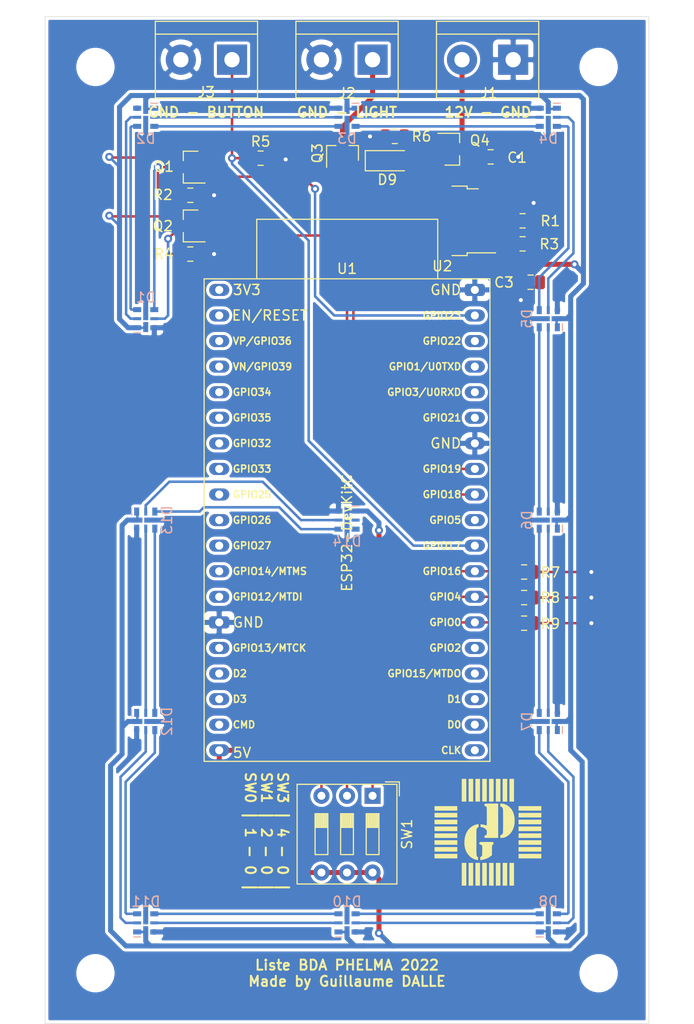
<source format=kicad_pcb>
(kicad_pcb (version 20171130) (host pcbnew "(5.1.4)-1")
  (layers (0 F.Cu signal) (31 B.Cu signal) (34 B.Paste user) (35 F.Paste user) (36 B.SilkS user) (37 F.SilkS user) (38 B.Mask user) (39 F.Mask user) (44 Edge.Cuts user))
  (net 0 "")
  (net 1 GND)
  (net 2 +5V)
  (net 3 "Net-(D1-Pad4)")
  (net 4 "Net-(D1-Pad5)")
  (net 5 "Net-(D1-Pad3)")
  (net 6 "Net-(D1-Pad2)")
  (net 7 "Net-(D2-Pad3)")
  (net 8 "Net-(D2-Pad2)")
  (net 9 "Net-(D3-Pad3)")
  (net 10 "Net-(D3-Pad2)")
  (net 11 "Net-(D4-Pad3)")
  (net 12 "Net-(D4-Pad2)")
  (net 13 "Net-(D5-Pad3)")
  (net 14 "Net-(D5-Pad2)")
  (net 15 "Net-(D6-Pad3)")
  (net 16 "Net-(D6-Pad2)")
  (net 17 "Net-(D7-Pad3)")
  (net 18 "Net-(D7-Pad2)")
  (net 19 "Net-(D10-Pad4)")
  (net 20 "Net-(D10-Pad5)")
  (net 21 "Net-(D10-Pad3)")
  (net 22 "Net-(D10-Pad2)")
  (net 23 "Net-(D11-Pad3)")
  (net 24 "Net-(D11-Pad2)")
  (net 25 "Net-(D12-Pad3)")
  (net 26 "Net-(D12-Pad2)")
  (net 27 "Net-(D13-Pad3)")
  (net 28 "Net-(D13-Pad2)")
  (net 29 SDI)
  (net 30 CKI)
  (net 31 VCC)
  (net 32 "Net-(J2-Pad1)")
  (net 33 LUM)
  (net 34 "Net-(J1-Pad2)")
  (net 35 "Net-(D9-Pad2)")
  (net 36 BOUTON)
  (net 37 "Net-(R1-Pad1)")
  (net 38 SW1)
  (net 39 SW2)
  (net 40 SW3)
  (module Button_Switch_THT:SW_DIP_SPSTx03_Slide_9.78x9.8mm_W7.62mm_P2.54mm (layer F.Cu) (at 202.54 127.38 270)
    (fp_text reference SW1 (at 3.81 -3.42 90) (layer F.SilkS))
    (fp_text value SW_DIP_x03)
    (pad 6 thru_hole oval (at 7.62 0 270) (size 1.6 1.6) (drill 0.8) (layers *.Cu *.Mask) (net 2 +5V))
    (pad 3 thru_hole oval (at 0 5.08 270) (size 1.6 1.6) (drill 0.8) (layers *.Cu *.Mask) (net 38 SW1))
    (pad 5 thru_hole oval (at 7.62 2.54 270) (size 1.6 1.6) (drill 0.8) (layers *.Cu *.Mask) (net 2 +5V))
    (pad 2 thru_hole oval (at 0 2.54 270) (size 1.6 1.6) (drill 0.8) (layers *.Cu *.Mask) (net 39 SW2))
    (pad 4 thru_hole oval (at 7.62 5.08 270) (size 1.6 1.6) (drill 0.8) (layers *.Cu *.Mask) (net 2 +5V))
    (pad 1 thru_hole rect (at 0 0 270) (size 1.6 1.6) (drill 0.8) (layers *.Cu *.Mask) (net 40 SW3))
  )
  (module Resistor_SMD:R_0805_2012Metric (layer F.Cu) (at 217.5995 110.236)
    (fp_text reference R9 (at 2.6005 0.064) (layer F.SilkS))
    (fp_text value R)
    (pad 2 smd roundrect (at 0.9375 0) (size 0.975 1.4) (layers F.Cu F.Paste F.Mask) (net 1 GND))
    (pad 1 smd roundrect (at -0.9375 0) (size 0.975 1.4) (layers F.Cu F.Paste F.Mask) (net 40 SW3))
  )
  (module Resistor_SMD:R_0805_2012Metric (layer F.Cu) (at 217.5995 107.696)
    (fp_text reference R8 (at 2.6005 0.004) (layer F.SilkS))
    (fp_text value R)
    (pad 2 smd roundrect (at 0.9375 0) (size 0.975 1.4) (layers F.Cu F.Paste F.Mask) (net 1 GND))
    (pad 1 smd roundrect (at -0.9375 0) (size 0.975 1.4) (layers F.Cu F.Paste F.Mask) (net 39 SW2))
  )
  (module Resistor_SMD:R_0805_2012Metric (layer F.Cu) (at 217.5995 105.156)
    (fp_text reference R7 (at 2.6005 0.044) (layer F.SilkS))
    (fp_text value R)
    (pad 2 smd roundrect (at 0.9375 0) (size 0.975 1.4) (layers F.Cu F.Paste F.Mask) (net 1 GND))
    (pad 1 smd roundrect (at -0.9375 0) (size 0.975 1.4) (layers F.Cu F.Paste F.Mask) (net 38 SW1))
  )
  (module MountingHole:MountingHole_3.2mm_M3 (layer F.Cu) (at 225 55)
    (fp_text reference REF** hide)
    (fp_text value MountingHole_3.2mm_M3)
    (pad 1 np_thru_hole circle (at 0 0) (size 3.2 3.2) (drill 3.2) (layers *.Cu *.Mask))
  )
  (module MountingHole:MountingHole_3.2mm_M3 (layer F.Cu) (at 225 145)
    (fp_text reference REF** hide)
    (fp_text value MountingHole_3.2mm_M3)
    (pad 1 np_thru_hole circle (at 0 0) (size 3.2 3.2) (drill 3.2) (layers *.Cu *.Mask))
  )
  (module MountingHole:MountingHole_3.2mm_M3 (layer F.Cu) (at 175 145)
    (fp_text reference REF** hide)
    (fp_text value MountingHole_3.2mm_M3)
    (pad 1 np_thru_hole circle (at 0 0) (size 3.2 3.2) (drill 3.2) (layers *.Cu *.Mask))
  )
  (module MountingHole:MountingHole_3.2mm_M3 (layer F.Cu) (at 175 55)
    (fp_text reference REF** hide)
    (fp_text value MountingHole_3.2mm_M3)
    (pad 1 np_thru_hole circle (at 0 0) (size 3.2 3.2) (drill 3.2) (layers *.Cu *.Mask))
  )
  (module modules_DALLE_Guillaume:logopetit (layer F.Cu) (at 214 131)
    (fp_text reference G*** hide)
    (fp_text value LOGO hide)
  )
  (module Package_TO_SOT_SMD:TO-252-2 (layer F.Cu) (at 209.466 70.282 180)
    (fp_text reference U2 (at 0 -4.5) (layer F.SilkS))
    (fp_text value LM317_3PinPackage)
    (pad 2 smd rect (at 2.1 0 180) (size 6.4 5.8) (layers F.Cu F.Mask) (net 2 +5V))
    (pad 3 smd rect (at -4.2 2.28 180) (size 2.2 1.2) (layers F.Cu F.Paste F.Mask) (net 31 VCC))
    (pad 1 smd rect (at -4.2 -2.28 180) (size 2.2 1.2) (layers F.Cu F.Paste F.Mask) (net 37 "Net-(R1-Pad1)"))
  )
  (module Resistor_SMD:R_0805_2012Metric (layer F.Cu) (at 204.7475 61.9 180)
    (fp_text reference R6 (at -2.6525 0) (layer F.SilkS))
    (fp_text value R)
    (pad 2 smd roundrect (at 0.9375 0 180) (size 0.975 1.4) (layers F.Cu F.Paste F.Mask) (net 1 GND))
    (pad 1 smd roundrect (at -0.9375 0 180) (size 0.975 1.4) (layers F.Cu F.Paste F.Mask) (net 35 "Net-(D9-Pad2)"))
  )
  (module Resistor_SMD:R_0805_2012Metric (layer F.Cu) (at 191.4125 64.059)
    (fp_text reference R5 (at 0 -1.65) (layer F.SilkS))
    (fp_text value R)
    (pad 2 smd roundrect (at 0.9375 0) (size 0.975 1.4) (layers F.Cu F.Paste F.Mask) (net 1 GND))
    (pad 1 smd roundrect (at -0.9375 0) (size 0.975 1.4) (layers F.Cu F.Paste F.Mask) (net 36 BOUTON))
  )
  (module Resistor_SMD:R_0805_2012Metric (layer F.Cu) (at 184.4275 73.584)
    (fp_text reference R4 (at -2.6275 0.016) (layer F.SilkS))
    (fp_text value R)
    (pad 2 smd roundrect (at 0.9375 0) (size 0.975 1.4) (layers F.Cu F.Paste F.Mask) (net 1 GND))
    (pad 1 smd roundrect (at -0.9375 0) (size 0.975 1.4) (layers F.Cu F.Paste F.Mask) (net 4 "Net-(D1-Pad5)"))
  )
  (module Resistor_SMD:R_0805_2012Metric (layer F.Cu) (at 217.4475 72.568 180)
    (fp_text reference R3 (at -2.6525 -0.032) (layer F.SilkS))
    (fp_text value 18k)
    (pad 2 smd roundrect (at 0.9375 0 180) (size 0.975 1.4) (layers F.Cu F.Paste F.Mask) (net 37 "Net-(R1-Pad1)"))
    (pad 1 smd roundrect (at -0.9375 0 180) (size 0.975 1.4) (layers F.Cu F.Paste F.Mask) (net 2 +5V))
  )
  (module Resistor_SMD:R_0805_2012Metric (layer F.Cu) (at 184.4275 67.742)
    (fp_text reference R2 (at -2.7275 -0.042) (layer F.SilkS))
    (fp_text value R)
    (pad 2 smd roundrect (at 0.9375 0) (size 0.975 1.4) (layers F.Cu F.Paste F.Mask) (net 1 GND))
    (pad 1 smd roundrect (at -0.9375 0) (size 0.975 1.4) (layers F.Cu F.Paste F.Mask) (net 3 "Net-(D1-Pad4)"))
  )
  (module Resistor_SMD:R_0805_2012Metric (layer F.Cu) (at 217.4475 70.282)
    (fp_text reference R1 (at 2.7525 0.018) (layer F.SilkS))
    (fp_text value 56k)
    (pad 2 smd roundrect (at 0.9375 0) (size 0.975 1.4) (layers F.Cu F.Paste F.Mask) (net 1 GND))
    (pad 1 smd roundrect (at -0.9375 0) (size 0.975 1.4) (layers F.Cu F.Paste F.Mask) (net 37 "Net-(R1-Pad1)"))
  )
  (module Package_TO_SOT_SMD:SOT-23 (layer F.Cu) (at 210.43 63.17)
    (fp_text reference Q4 (at 2.77 -0.87) (layer F.SilkS))
    (fp_text value LPSA3481)
    (pad 3 smd rect (at 1 0) (size 0.9 0.8) (layers F.Cu F.Paste F.Mask) (net 34 "Net-(J1-Pad2)"))
    (pad 2 smd rect (at -1 0.95) (size 0.9 0.8) (layers F.Cu F.Paste F.Mask) (net 31 VCC))
    (pad 1 smd rect (at -1 -0.95) (size 0.9 0.8) (layers F.Cu F.Paste F.Mask) (net 35 "Net-(D9-Pad2)"))
  )
  (module Package_TO_SOT_SMD:SOT-23 (layer F.Cu) (at 199.553 63.567 90)
    (fp_text reference Q3 (at 0 -2.5 90) (layer F.SilkS))
    (fp_text value BRCS2302AMA)
    (pad 3 smd rect (at 1 0 90) (size 0.9 0.8) (layers F.Cu F.Paste F.Mask) (net 32 "Net-(J2-Pad1)"))
    (pad 2 smd rect (at -1 0.95 90) (size 0.9 0.8) (layers F.Cu F.Paste F.Mask) (net 31 VCC))
    (pad 1 smd rect (at -1 -0.95 90) (size 0.9 0.8) (layers F.Cu F.Paste F.Mask) (net 33 LUM))
  )
  (module Package_TO_SOT_SMD:SOT-23 (layer F.Cu) (at 184.49 70.79 180)
    (fp_text reference Q2 (at 2.79 -0.01) (layer F.SilkS))
    (fp_text value BRCS2302AMA)
    (pad 3 smd rect (at 1 0 180) (size 0.9 0.8) (layers F.Cu F.Paste F.Mask) (net 4 "Net-(D1-Pad5)"))
    (pad 2 smd rect (at -1 0.95 180) (size 0.9 0.8) (layers F.Cu F.Paste F.Mask) (net 2 +5V))
    (pad 1 smd rect (at -1 -0.95 180) (size 0.9 0.8) (layers F.Cu F.Paste F.Mask) (net 30 CKI))
  )
  (module Package_TO_SOT_SMD:SOT-23 (layer F.Cu) (at 184.49 64.948 180)
    (fp_text reference Q1 (at 2.69 0.048) (layer F.SilkS))
    (fp_text value BRCS2302AMA)
    (pad 3 smd rect (at 1 0 180) (size 0.9 0.8) (layers F.Cu F.Paste F.Mask) (net 3 "Net-(D1-Pad4)"))
    (pad 2 smd rect (at -1 0.95 180) (size 0.9 0.8) (layers F.Cu F.Paste F.Mask) (net 2 +5V))
    (pad 1 smd rect (at -1 -0.95 180) (size 0.9 0.8) (layers F.Cu F.Paste F.Mask) (net 29 SDI))
  )
  (module TerminalBlock:TerminalBlock_bornier-2_P5.08mm (layer F.Cu) (at 188.57 54.28 180)
    (fp_text reference J3 (at 2.54 -3.22) (layer F.SilkS))
    (fp_text value Screw_Terminal_01x02)
    (pad 2 thru_hole circle (at 5.08 0 180) (size 3 3) (drill 1.52) (layers *.Cu *.Mask) (net 1 GND))
    (pad 1 thru_hole rect (at 0 0 180) (size 3 3) (drill 1.52) (layers *.Cu *.Mask) (net 36 BOUTON))
  )
  (module TerminalBlock:TerminalBlock_bornier-2_P5.08mm (layer F.Cu) (at 202.54 54.28 180)
    (fp_text reference J2 (at 2.54 -3.32) (layer F.SilkS))
    (fp_text value Screw_Terminal_01x02)
    (pad 2 thru_hole circle (at 5.08 0 180) (size 3 3) (drill 1.52) (layers *.Cu *.Mask) (net 1 GND))
    (pad 1 thru_hole rect (at 0 0 180) (size 3 3) (drill 1.52) (layers *.Cu *.Mask) (net 32 "Net-(J2-Pad1)"))
  )
  (module TerminalBlock:TerminalBlock_bornier-2_P5.08mm (layer F.Cu) (at 216.51 54.28 180)
    (fp_text reference J1 (at 2.41 -3.32) (layer F.SilkS))
    (fp_text value Screw_Terminal_01x02)
    (pad 2 thru_hole circle (at 5.08 0 180) (size 3 3) (drill 1.52) (layers *.Cu *.Mask) (net 34 "Net-(J1-Pad2)"))
    (pad 1 thru_hole rect (at 0 0 180) (size 3 3) (drill 1.52) (layers *.Cu *.Mask) (net 1 GND))
  )
  (module Diode_SMD:D_SOD-123 (layer F.Cu) (at 204.064 64.313)
    (fp_text reference D9 (at -0.064 1.887) (layer F.SilkS))
    (fp_text value D_Zener)
    (pad 2 smd rect (at 1.65 0) (size 0.9 1.2) (layers F.Cu F.Paste F.Mask) (net 35 "Net-(D9-Pad2)"))
    (pad 1 smd rect (at -1.65 0) (size 0.9 1.2) (layers F.Cu F.Paste F.Mask) (net 31 VCC))
  )
  (module Capacitor_SMD:C_0805_2012Metric (layer F.Cu) (at 218.2395 76.378)
    (fp_text reference C3 (at -2.6395 0.022) (layer F.SilkS))
    (fp_text value 1u)
    (pad 2 smd roundrect (at 0.9375 0) (size 0.975 1.4) (layers F.Cu F.Paste F.Mask) (net 1 GND))
    (pad 1 smd roundrect (at -0.9375 0) (size 0.975 1.4) (layers F.Cu F.Paste F.Mask) (net 2 +5V))
  )
  (module Capacitor_SMD:C_0805_2012Metric (layer F.Cu) (at 214.2725 63.932)
    (fp_text reference C1 (at 2.6275 0.068) (layer F.SilkS))
    (fp_text value 100n)
    (pad 2 smd roundrect (at 0.9375 0) (size 0.975 1.4) (layers F.Cu F.Paste F.Mask) (net 1 GND))
    (pad 1 smd roundrect (at -0.9375 0) (size 0.975 1.4) (layers F.Cu F.Paste F.Mask) (net 31 VCC))
  )
  (module LED_SMD:LED-APA102-2020 (layer B.Cu) (at 200 100 180)
    (fp_text reference D14 (at 0 -2.11) (layer B.SilkS) (effects (justify mirror)))
    (fp_text value APA102-2020)
    (pad 1 smd rect (at -0.85 0.9 180) (size 0.8 0.5) (layers B.Cu B.Paste B.Mask) (net 2 +5V))
    (pad 2 smd rect (at -0.85 0 180) (size 0.8 0.3) (layers B.Cu B.Paste B.Mask))
    (pad 3 smd rect (at -0.85 -0.9 180) (size 0.8 0.5) (layers B.Cu B.Paste B.Mask))
    (pad 5 smd rect (at 0.85 0 180) (size 0.8 0.3) (layers B.Cu B.Paste B.Mask) (net 28 "Net-(D13-Pad2)"))
    (pad 4 smd rect (at 0.85 -0.9 180) (size 0.8 0.5) (layers B.Cu B.Paste B.Mask) (net 27 "Net-(D13-Pad3)"))
    (pad 6 smd rect (at 0.85 0.9 180) (size 0.8 0.5) (layers B.Cu B.Paste B.Mask) (net 1 GND))
    (pad 1 smd rect (at 0 0.83 90) (size 1 0.5) (layers B.Cu B.Paste B.Mask) (net 2 +5V))
    (pad 6 smd rect (at 0 -0.59 90) (size 1.48 0.5) (layers B.Cu B.Paste B.Mask) (net 1 GND))
  )
  (module LED_SMD:LED-APA102-2020 (layer B.Cu) (at 180 100 270)
    (fp_text reference D13 (at 0 -2.11 90) (layer B.SilkS) (effects (justify mirror)))
    (fp_text value APA102-2020)
    (pad 6 smd rect (at 0 -0.59 180) (size 1.48 0.5) (layers B.Cu B.Paste B.Mask) (net 1 GND))
    (pad 1 smd rect (at 0 0.83 180) (size 1 0.5) (layers B.Cu B.Paste B.Mask) (net 2 +5V))
    (pad 6 smd rect (at 0.85 0.9 270) (size 0.8 0.5) (layers B.Cu B.Paste B.Mask) (net 1 GND))
    (pad 4 smd rect (at 0.85 -0.9 270) (size 0.8 0.5) (layers B.Cu B.Paste B.Mask) (net 25 "Net-(D12-Pad3)"))
    (pad 5 smd rect (at 0.85 0 270) (size 0.8 0.3) (layers B.Cu B.Paste B.Mask) (net 26 "Net-(D12-Pad2)"))
    (pad 3 smd rect (at -0.85 -0.9 270) (size 0.8 0.5) (layers B.Cu B.Paste B.Mask) (net 27 "Net-(D13-Pad3)"))
    (pad 2 smd rect (at -0.85 0 270) (size 0.8 0.3) (layers B.Cu B.Paste B.Mask) (net 28 "Net-(D13-Pad2)"))
    (pad 1 smd rect (at -0.85 0.9 270) (size 0.8 0.5) (layers B.Cu B.Paste B.Mask) (net 2 +5V))
  )
  (module LED_SMD:LED-APA102-2020 (layer B.Cu) (at 180 120 270)
    (fp_text reference D12 (at 0 -2.11 90) (layer B.SilkS) (effects (justify mirror)))
    (fp_text value APA102-2020)
    (pad 6 smd rect (at 0 -0.59 180) (size 1.48 0.5) (layers B.Cu B.Paste B.Mask) (net 1 GND))
    (pad 1 smd rect (at 0 0.83 180) (size 1 0.5) (layers B.Cu B.Paste B.Mask) (net 2 +5V))
    (pad 6 smd rect (at 0.85 0.9 270) (size 0.8 0.5) (layers B.Cu B.Paste B.Mask) (net 1 GND))
    (pad 4 smd rect (at 0.85 -0.9 270) (size 0.8 0.5) (layers B.Cu B.Paste B.Mask) (net 23 "Net-(D11-Pad3)"))
    (pad 5 smd rect (at 0.85 0 270) (size 0.8 0.3) (layers B.Cu B.Paste B.Mask) (net 24 "Net-(D11-Pad2)"))
    (pad 3 smd rect (at -0.85 -0.9 270) (size 0.8 0.5) (layers B.Cu B.Paste B.Mask) (net 25 "Net-(D12-Pad3)"))
    (pad 2 smd rect (at -0.85 0 270) (size 0.8 0.3) (layers B.Cu B.Paste B.Mask) (net 26 "Net-(D12-Pad2)"))
    (pad 1 smd rect (at -0.85 0.9 270) (size 0.8 0.5) (layers B.Cu B.Paste B.Mask) (net 2 +5V))
  )
  (module LED_SMD:LED-APA102-2020 (layer B.Cu) (at 180 140)
    (fp_text reference D11 (at 0 -2.11) (layer B.SilkS) (effects (justify mirror)))
    (fp_text value APA102-2020)
    (pad 6 smd rect (at 0 -0.59 270) (size 1.48 0.5) (layers B.Cu B.Paste B.Mask) (net 1 GND))
    (pad 1 smd rect (at 0 0.83 270) (size 1 0.5) (layers B.Cu B.Paste B.Mask) (net 2 +5V))
    (pad 6 smd rect (at 0.85 0.9) (size 0.8 0.5) (layers B.Cu B.Paste B.Mask) (net 1 GND))
    (pad 4 smd rect (at 0.85 -0.9) (size 0.8 0.5) (layers B.Cu B.Paste B.Mask) (net 21 "Net-(D10-Pad3)"))
    (pad 5 smd rect (at 0.85 0) (size 0.8 0.3) (layers B.Cu B.Paste B.Mask) (net 22 "Net-(D10-Pad2)"))
    (pad 3 smd rect (at -0.85 -0.9) (size 0.8 0.5) (layers B.Cu B.Paste B.Mask) (net 23 "Net-(D11-Pad3)"))
    (pad 2 smd rect (at -0.85 0) (size 0.8 0.3) (layers B.Cu B.Paste B.Mask) (net 24 "Net-(D11-Pad2)"))
    (pad 1 smd rect (at -0.85 0.9) (size 0.8 0.5) (layers B.Cu B.Paste B.Mask) (net 2 +5V))
  )
  (module LED_SMD:LED-APA102-2020 (layer B.Cu) (at 200 140)
    (fp_text reference D10 (at 0 -2.11) (layer B.SilkS) (effects (justify mirror)))
    (fp_text value APA102-2020)
    (pad 6 smd rect (at 0 -0.59 270) (size 1.48 0.5) (layers B.Cu B.Paste B.Mask) (net 1 GND))
    (pad 1 smd rect (at 0 0.83 270) (size 1 0.5) (layers B.Cu B.Paste B.Mask) (net 2 +5V))
    (pad 6 smd rect (at 0.85 0.9) (size 0.8 0.5) (layers B.Cu B.Paste B.Mask) (net 1 GND))
    (pad 4 smd rect (at 0.85 -0.9) (size 0.8 0.5) (layers B.Cu B.Paste B.Mask) (net 19 "Net-(D10-Pad4)"))
    (pad 5 smd rect (at 0.85 0) (size 0.8 0.3) (layers B.Cu B.Paste B.Mask) (net 20 "Net-(D10-Pad5)"))
    (pad 3 smd rect (at -0.85 -0.9) (size 0.8 0.5) (layers B.Cu B.Paste B.Mask) (net 21 "Net-(D10-Pad3)"))
    (pad 2 smd rect (at -0.85 0) (size 0.8 0.3) (layers B.Cu B.Paste B.Mask) (net 22 "Net-(D10-Pad2)"))
    (pad 1 smd rect (at -0.85 0.9) (size 0.8 0.5) (layers B.Cu B.Paste B.Mask) (net 2 +5V))
  )
  (module LED_SMD:LED-APA102-2020 (layer B.Cu) (at 220 140)
    (fp_text reference D8 (at 0 -2.11) (layer B.SilkS) (effects (justify mirror)))
    (fp_text value APA102-2020)
    (pad 6 smd rect (at 0 -0.59 270) (size 1.48 0.5) (layers B.Cu B.Paste B.Mask) (net 1 GND))
    (pad 1 smd rect (at 0 0.83 270) (size 1 0.5) (layers B.Cu B.Paste B.Mask) (net 2 +5V))
    (pad 6 smd rect (at 0.85 0.9) (size 0.8 0.5) (layers B.Cu B.Paste B.Mask) (net 1 GND))
    (pad 4 smd rect (at 0.85 -0.9) (size 0.8 0.5) (layers B.Cu B.Paste B.Mask) (net 17 "Net-(D7-Pad3)"))
    (pad 5 smd rect (at 0.85 0) (size 0.8 0.3) (layers B.Cu B.Paste B.Mask) (net 18 "Net-(D7-Pad2)"))
    (pad 3 smd rect (at -0.85 -0.9) (size 0.8 0.5) (layers B.Cu B.Paste B.Mask) (net 19 "Net-(D10-Pad4)"))
    (pad 2 smd rect (at -0.85 0) (size 0.8 0.3) (layers B.Cu B.Paste B.Mask) (net 20 "Net-(D10-Pad5)"))
    (pad 1 smd rect (at -0.85 0.9) (size 0.8 0.5) (layers B.Cu B.Paste B.Mask) (net 2 +5V))
  )
  (module LED_SMD:LED-APA102-2020 (layer B.Cu) (at 220 120 90)
    (fp_text reference D7 (at 0 -2.11 90) (layer B.SilkS) (effects (justify mirror)))
    (fp_text value APA102-2020)
    (pad 6 smd rect (at 0 -0.59) (size 1.48 0.5) (layers B.Cu B.Paste B.Mask) (net 1 GND))
    (pad 1 smd rect (at 0 0.83) (size 1 0.5) (layers B.Cu B.Paste B.Mask) (net 2 +5V))
    (pad 6 smd rect (at 0.85 0.9 90) (size 0.8 0.5) (layers B.Cu B.Paste B.Mask) (net 1 GND))
    (pad 4 smd rect (at 0.85 -0.9 90) (size 0.8 0.5) (layers B.Cu B.Paste B.Mask) (net 15 "Net-(D6-Pad3)"))
    (pad 5 smd rect (at 0.85 0 90) (size 0.8 0.3) (layers B.Cu B.Paste B.Mask) (net 16 "Net-(D6-Pad2)"))
    (pad 3 smd rect (at -0.85 -0.9 90) (size 0.8 0.5) (layers B.Cu B.Paste B.Mask) (net 17 "Net-(D7-Pad3)"))
    (pad 2 smd rect (at -0.85 0 90) (size 0.8 0.3) (layers B.Cu B.Paste B.Mask) (net 18 "Net-(D7-Pad2)"))
    (pad 1 smd rect (at -0.85 0.9 90) (size 0.8 0.5) (layers B.Cu B.Paste B.Mask) (net 2 +5V))
  )
  (module LED_SMD:LED-APA102-2020 (layer B.Cu) (at 220 100 90)
    (fp_text reference D6 (at 0 -2.11 90) (layer B.SilkS) (effects (justify mirror)))
    (fp_text value APA102-2020)
    (pad 6 smd rect (at 0 -0.59) (size 1.48 0.5) (layers B.Cu B.Paste B.Mask) (net 1 GND))
    (pad 1 smd rect (at 0 0.83) (size 1 0.5) (layers B.Cu B.Paste B.Mask) (net 2 +5V))
    (pad 6 smd rect (at 0.85 0.9 90) (size 0.8 0.5) (layers B.Cu B.Paste B.Mask) (net 1 GND))
    (pad 4 smd rect (at 0.85 -0.9 90) (size 0.8 0.5) (layers B.Cu B.Paste B.Mask) (net 13 "Net-(D5-Pad3)"))
    (pad 5 smd rect (at 0.85 0 90) (size 0.8 0.3) (layers B.Cu B.Paste B.Mask) (net 14 "Net-(D5-Pad2)"))
    (pad 3 smd rect (at -0.85 -0.9 90) (size 0.8 0.5) (layers B.Cu B.Paste B.Mask) (net 15 "Net-(D6-Pad3)"))
    (pad 2 smd rect (at -0.85 0 90) (size 0.8 0.3) (layers B.Cu B.Paste B.Mask) (net 16 "Net-(D6-Pad2)"))
    (pad 1 smd rect (at -0.85 0.9 90) (size 0.8 0.5) (layers B.Cu B.Paste B.Mask) (net 2 +5V))
  )
  (module LED_SMD:LED-APA102-2020 (layer B.Cu) (at 220 80 90)
    (fp_text reference D5 (at 0 -2.11 90) (layer B.SilkS) (effects (justify mirror)))
    (fp_text value APA102-2020)
    (pad 6 smd rect (at 0 -0.59) (size 1.48 0.5) (layers B.Cu B.Paste B.Mask) (net 1 GND))
    (pad 1 smd rect (at 0 0.83) (size 1 0.5) (layers B.Cu B.Paste B.Mask) (net 2 +5V))
    (pad 6 smd rect (at 0.85 0.9 90) (size 0.8 0.5) (layers B.Cu B.Paste B.Mask) (net 1 GND))
    (pad 4 smd rect (at 0.85 -0.9 90) (size 0.8 0.5) (layers B.Cu B.Paste B.Mask) (net 11 "Net-(D4-Pad3)"))
    (pad 5 smd rect (at 0.85 0 90) (size 0.8 0.3) (layers B.Cu B.Paste B.Mask) (net 12 "Net-(D4-Pad2)"))
    (pad 3 smd rect (at -0.85 -0.9 90) (size 0.8 0.5) (layers B.Cu B.Paste B.Mask) (net 13 "Net-(D5-Pad3)"))
    (pad 2 smd rect (at -0.85 0 90) (size 0.8 0.3) (layers B.Cu B.Paste B.Mask) (net 14 "Net-(D5-Pad2)"))
    (pad 1 smd rect (at -0.85 0.9 90) (size 0.8 0.5) (layers B.Cu B.Paste B.Mask) (net 2 +5V))
  )
  (module LED_SMD:LED-APA102-2020 (layer B.Cu) (at 220 60 180)
    (fp_text reference D4 (at 0 -2.11) (layer B.SilkS) (effects (justify mirror)))
    (fp_text value APA102-2020)
    (pad 6 smd rect (at 0 -0.59 90) (size 1.48 0.5) (layers B.Cu B.Paste B.Mask) (net 1 GND))
    (pad 1 smd rect (at 0 0.83 90) (size 1 0.5) (layers B.Cu B.Paste B.Mask) (net 2 +5V))
    (pad 6 smd rect (at 0.85 0.9 180) (size 0.8 0.5) (layers B.Cu B.Paste B.Mask) (net 1 GND))
    (pad 4 smd rect (at 0.85 -0.9 180) (size 0.8 0.5) (layers B.Cu B.Paste B.Mask) (net 9 "Net-(D3-Pad3)"))
    (pad 5 smd rect (at 0.85 0 180) (size 0.8 0.3) (layers B.Cu B.Paste B.Mask) (net 10 "Net-(D3-Pad2)"))
    (pad 3 smd rect (at -0.85 -0.9 180) (size 0.8 0.5) (layers B.Cu B.Paste B.Mask) (net 11 "Net-(D4-Pad3)"))
    (pad 2 smd rect (at -0.85 0 180) (size 0.8 0.3) (layers B.Cu B.Paste B.Mask) (net 12 "Net-(D4-Pad2)"))
    (pad 1 smd rect (at -0.85 0.9 180) (size 0.8 0.5) (layers B.Cu B.Paste B.Mask) (net 2 +5V))
  )
  (module LED_SMD:LED-APA102-2020 (layer B.Cu) (at 200 60 180)
    (fp_text reference D3 (at 0 -2.11) (layer B.SilkS) (effects (justify mirror)))
    (fp_text value APA102-2020)
    (pad 6 smd rect (at 0 -0.59 90) (size 1.48 0.5) (layers B.Cu B.Paste B.Mask) (net 1 GND))
    (pad 1 smd rect (at 0 0.83 90) (size 1 0.5) (layers B.Cu B.Paste B.Mask) (net 2 +5V))
    (pad 6 smd rect (at 0.85 0.9 180) (size 0.8 0.5) (layers B.Cu B.Paste B.Mask) (net 1 GND))
    (pad 4 smd rect (at 0.85 -0.9 180) (size 0.8 0.5) (layers B.Cu B.Paste B.Mask) (net 7 "Net-(D2-Pad3)"))
    (pad 5 smd rect (at 0.85 0 180) (size 0.8 0.3) (layers B.Cu B.Paste B.Mask) (net 8 "Net-(D2-Pad2)"))
    (pad 3 smd rect (at -0.85 -0.9 180) (size 0.8 0.5) (layers B.Cu B.Paste B.Mask) (net 9 "Net-(D3-Pad3)"))
    (pad 2 smd rect (at -0.85 0 180) (size 0.8 0.3) (layers B.Cu B.Paste B.Mask) (net 10 "Net-(D3-Pad2)"))
    (pad 1 smd rect (at -0.85 0.9 180) (size 0.8 0.5) (layers B.Cu B.Paste B.Mask) (net 2 +5V))
  )
  (module LED_SMD:LED-APA102-2020 (layer B.Cu) (at 180 60 180)
    (fp_text reference D2 (at 0 -2.11) (layer B.SilkS) (effects (justify mirror)))
    (fp_text value APA102-2020)
    (pad 6 smd rect (at 0 -0.59 90) (size 1.48 0.5) (layers B.Cu B.Paste B.Mask) (net 1 GND))
    (pad 1 smd rect (at 0 0.83 90) (size 1 0.5) (layers B.Cu B.Paste B.Mask) (net 2 +5V))
    (pad 6 smd rect (at 0.85 0.9 180) (size 0.8 0.5) (layers B.Cu B.Paste B.Mask) (net 1 GND))
    (pad 4 smd rect (at 0.85 -0.9 180) (size 0.8 0.5) (layers B.Cu B.Paste B.Mask) (net 5 "Net-(D1-Pad3)"))
    (pad 5 smd rect (at 0.85 0 180) (size 0.8 0.3) (layers B.Cu B.Paste B.Mask) (net 6 "Net-(D1-Pad2)"))
    (pad 3 smd rect (at -0.85 -0.9 180) (size 0.8 0.5) (layers B.Cu B.Paste B.Mask) (net 7 "Net-(D2-Pad3)"))
    (pad 2 smd rect (at -0.85 0 180) (size 0.8 0.3) (layers B.Cu B.Paste B.Mask) (net 8 "Net-(D2-Pad2)"))
    (pad 1 smd rect (at -0.85 0.9 180) (size 0.8 0.5) (layers B.Cu B.Paste B.Mask) (net 2 +5V))
  )
  (module LED_SMD:LED-APA102-2020 (layer B.Cu) (at 180 80)
    (fp_text reference D1 (at 0 -2.11) (layer B.SilkS) (effects (justify mirror)))
    (fp_text value APA102-2020)
    (pad 6 smd rect (at 0 -0.59 270) (size 1.48 0.5) (layers B.Cu B.Paste B.Mask) (net 1 GND))
    (pad 1 smd rect (at 0 0.83 270) (size 1 0.5) (layers B.Cu B.Paste B.Mask) (net 2 +5V))
    (pad 6 smd rect (at 0.85 0.9) (size 0.8 0.5) (layers B.Cu B.Paste B.Mask) (net 1 GND))
    (pad 4 smd rect (at 0.85 -0.9) (size 0.8 0.5) (layers B.Cu B.Paste B.Mask) (net 3 "Net-(D1-Pad4)"))
    (pad 5 smd rect (at 0.85 0) (size 0.8 0.3) (layers B.Cu B.Paste B.Mask) (net 4 "Net-(D1-Pad5)"))
    (pad 3 smd rect (at -0.85 -0.9) (size 0.8 0.5) (layers B.Cu B.Paste B.Mask) (net 5 "Net-(D1-Pad3)"))
    (pad 2 smd rect (at -0.85 0) (size 0.8 0.3) (layers B.Cu B.Paste B.Mask) (net 6 "Net-(D1-Pad2)"))
    (pad 1 smd rect (at -0.85 0.9) (size 0.8 0.5) (layers B.Cu B.Paste B.Mask) (net 2 +5V))
  )
  (module Espressif:ESP32-DevKitC (layer F.Cu) (at 187.29632 77.13728)
    (fp_text reference U1 (at 12.70368 -2.09728) (layer F.SilkS))
    (fp_text value ESP32-DevKitC (at 12.70368 24.13272 90) (layer F.SilkS))
    (fp_text user GND (at 24.13368 0.00272 unlocked) (layer F.SilkS) (effects (justify right)))
    (fp_text user GPIO23 (at 24.13368 2.54272 unlocked) (layer F.SilkS) (effects (font (size 0.7 0.7)) (justify right)))
    (fp_text user GPIO5 (at 24.13368 22.86272 unlocked) (layer F.SilkS) (effects (font (size 0.7 0.7)) (justify right)))
    (fp_text user D0 (at 24.13368 43.18272 unlocked) (layer F.SilkS) (effects (font (size 0.7 0.7)) (justify right)))
    (fp_text user 5V (at 1.27 45.974 unlocked) (layer F.SilkS) (effects (justify left)))
    (fp_text user GPIO21 (at 24.13368 12.70272 unlocked) (layer F.SilkS) (effects (font (size 0.7 0.7)) (justify right)))
    (fp_text user D1 (at 24.13368 40.64272 unlocked) (layer F.SilkS) (effects (font (size 0.7 0.7)) (justify right)))
    (fp_text user GPIO12/MTDI (at 1.27368 30.48272 unlocked) (layer F.SilkS) (effects (font (size 0.7 0.7)) (justify left)))
    (fp_text user VP/GPIO36 (at 1.27368 5.08272 unlocked) (layer F.SilkS) (effects (font (size 0.7 0.7)) (justify left)))
    (fp_text user D2 (at 1.27368 38.10272 unlocked) (layer F.SilkS) (effects (font (size 0.7 0.7)) (justify left)))
    (fp_text user GPIO27 (at 1.27368 25.40272 unlocked) (layer F.SilkS) (effects (font (size 0.7 0.7)) (justify left)))
    (fp_text user GPIO33 (at 1.27368 17.78272 unlocked) (layer F.SilkS) (effects (font (size 0.7 0.7)) (justify left)))
    (fp_text user GPIO19 (at 24.13368 17.78272 unlocked) (layer F.SilkS) (effects (font (size 0.7 0.7)) (justify right)))
    (fp_text user VN/GPIO39 (at 1.27368 7.62272 unlocked) (layer F.SilkS) (effects (font (size 0.7 0.7)) (justify left)))
    (fp_text user GPIO13/MTCK (at 1.27368 35.56272 unlocked) (layer F.SilkS) (effects (font (size 0.7 0.7)) (justify left)))
    (fp_text user GPIO2 (at 24.13368 35.56272 unlocked) (layer F.SilkS) (effects (font (size 0.7 0.7)) (justify right)))
    (fp_text user GPIO26 (at 1.27368 22.86272 unlocked) (layer F.SilkS) (effects (font (size 0.7 0.7)) (justify left)))
    (fp_text user GPIO3/U0RXD (at 24.13368 10.16272 unlocked) (layer F.SilkS) (effects (font (size 0.7 0.7)) (justify right)))
    (fp_text user 3V3 (at 1.27368 0.00272 unlocked) (layer F.SilkS) (effects (justify left)))
    (fp_text user GPIO16 (at 24.13368 27.94272 unlocked) (layer F.SilkS) (effects (font (size 0.7 0.7)) (justify right)))
    (fp_text user GPIO32 (at 1.27368 15.24272 unlocked) (layer F.SilkS) (effects (font (size 0.7 0.7)) (justify left)))
    (fp_text user GPIO0 (at 24.13368 33.02272 unlocked) (layer F.SilkS) (effects (font (size 0.7 0.7)) (justify right)))
    (fp_text user GND (at 1.27368 33.02272 unlocked) (layer F.SilkS) (effects (justify left)))
    (fp_text user CLK (at 24.13368 45.72272 unlocked) (layer F.SilkS) (effects (font (size 0.7 0.7)) (justify right)))
    (fp_text user EN/RESET (at 8.89 2.54 unlocked) (layer F.SilkS) (effects (justify right)))
    (fp_text user GPIO4 (at 24.13368 30.48272 unlocked) (layer F.SilkS) (effects (font (size 0.7 0.7)) (justify right)))
    (fp_text user GPIO35 (at 1.27368 12.70272 unlocked) (layer F.SilkS) (effects (font (size 0.7 0.7)) (justify left)))
    (fp_text user GPIO14/MTMS (at 1.27368 27.94272 unlocked) (layer F.SilkS) (effects (font (size 0.7 0.7)) (justify left)))
    (fp_text user GPIO34 (at 1.27368 10.16272 unlocked) (layer F.SilkS) (effects (font (size 0.7 0.7)) (justify left)))
    (fp_text user D3 (at 1.27368 40.64272 unlocked) (layer F.SilkS) (effects (font (size 0.7 0.7)) (justify left)))
    (fp_text user GPIO18 (at 24.13368 20.32272 unlocked) (layer F.SilkS) (effects (font (size 0.7 0.7)) (justify right)))
    (fp_text user CMD (at 1.27368 43.18272 unlocked) (layer F.SilkS) (effects (font (size 0.7 0.7)) (justify left)))
    (fp_text user GPIO22 (at 24.13368 5.08272 unlocked) (layer F.SilkS) (effects (font (size 0.7 0.7)) (justify right)))
    (fp_text user GND (at 24.13368 15.24272 unlocked) (layer F.SilkS) (effects (justify right)))
    (fp_text user GPIO17 (at 24.13368 25.40272 unlocked) (layer F.SilkS) (effects (font (size 0.7 0.7)) (justify right)))
    (fp_text user GPIO1/U0TXD (at 24.13368 7.62272 unlocked) (layer F.SilkS) (effects (font (size 0.7 0.7)) (justify right)))
    (fp_text user GPIO15/MTDO (at 24.13368 38.10272 unlocked) (layer F.SilkS) (effects (font (size 0.7 0.7)) (justify right)))
    (fp_text user GPIO25 (at 1.27368 20.32272 unlocked) (layer F.SilkS) (effects (font (size 0.7 0.7)) (justify left)))
    (pad 38 thru_hole roundrect (at 25.40368 0.00272 270) (size 1.2 2) (drill 0.8) (layers *.Cu *.Mask) (net 1 GND))
    (pad 37 thru_hole oval (at 25.40368 2.54272 270) (size 1.2 2) (drill 0.8) (layers *.Cu *.Mask) (net 29 SDI))
    (pad 36 thru_hole oval (at 25.40368 5.08272 270) (size 1.2 2) (drill 0.8) (layers *.Cu *.Mask))
    (pad 35 thru_hole oval (at 25.40368 7.62272 270) (size 1.2 2) (drill 0.8) (layers *.Cu *.Mask))
    (pad 34 thru_hole oval (at 25.40368 10.16272 270) (size 1.2 2) (drill 0.8) (layers *.Cu *.Mask))
    (pad 33 thru_hole oval (at 25.40368 12.70272 270) (size 1.2 2) (drill 0.8) (layers *.Cu *.Mask))
    (pad 32 thru_hole oval (at 25.40368 15.24272 270) (size 1.2 2) (drill 0.8) (layers *.Cu *.Mask) (net 1 GND))
    (pad 31 thru_hole oval (at 25.40368 17.78272 270) (size 1.2 2) (drill 0.8) (layers *.Cu *.Mask) (net 33 LUM))
    (pad 30 thru_hole oval (at 25.40368 20.32272 270) (size 1.2 2) (drill 0.8) (layers *.Cu *.Mask) (net 30 CKI))
    (pad 29 thru_hole oval (at 25.40368 22.86272 270) (size 1.2 2) (drill 0.8) (layers *.Cu *.Mask))
    (pad 28 thru_hole oval (at 25.40368 25.40272 270) (size 1.2 2) (drill 0.8) (layers *.Cu *.Mask) (net 36 BOUTON))
    (pad 27 thru_hole oval (at 25.40368 27.94272 270) (size 1.2 2) (drill 0.8) (layers *.Cu *.Mask) (net 38 SW1))
    (pad 26 thru_hole oval (at 25.40368 30.48272 270) (size 1.2 2) (drill 0.8) (layers *.Cu *.Mask) (net 39 SW2))
    (pad 25 thru_hole oval (at 25.40368 33.02272 270) (size 1.2 2) (drill 0.8) (layers *.Cu *.Mask) (net 40 SW3))
    (pad 24 thru_hole oval (at 25.40368 35.56272 270) (size 1.2 2) (drill 0.8) (layers *.Cu *.Mask))
    (pad 23 thru_hole oval (at 25.40368 38.10272 270) (size 1.2 2) (drill 0.8) (layers *.Cu *.Mask))
    (pad 22 thru_hole oval (at 25.40368 40.64272 270) (size 1.2 2) (drill 0.8) (layers *.Cu *.Mask))
    (pad 21 thru_hole oval (at 25.4 43.18 270) (size 1.2 2) (drill 0.8) (layers *.Cu *.Mask))
    (pad 20 thru_hole oval (at 25.4 45.72 270) (size 1.2 2) (drill 0.8) (layers *.Cu *.Mask))
    (pad 19 thru_hole oval (at 0.00368 45.72272 270) (size 1.2 2) (drill 0.8) (layers *.Cu *.Mask) (net 2 +5V))
    (pad 18 thru_hole oval (at 0.00368 43.18272 270) (size 1.2 2) (drill 0.8) (layers *.Cu *.Mask))
    (pad 17 thru_hole oval (at 0.00368 40.64272 270) (size 1.2 2) (drill 0.8) (layers *.Cu *.Mask))
    (pad 16 thru_hole oval (at 0.00368 38.10272 270) (size 1.2 2) (drill 0.8) (layers *.Cu *.Mask))
    (pad 15 thru_hole oval (at 0.00368 35.56272 270) (size 1.2 2) (drill 0.8) (layers *.Cu *.Mask))
    (pad 14 thru_hole roundrect (at 0.00368 33.02272 270) (size 1.2 2) (drill 0.8) (layers *.Cu *.Mask) (net 1 GND))
    (pad 13 thru_hole oval (at 0.00368 30.48272 270) (size 1.2 2) (drill 0.8) (layers *.Cu *.Mask))
    (pad 12 thru_hole oval (at 0.00368 27.94272 270) (size 1.2 2) (drill 0.8) (layers *.Cu *.Mask))
    (pad 11 thru_hole oval (at 0.00368 25.40272 270) (size 1.2 2) (drill 0.8) (layers *.Cu *.Mask))
    (pad 10 thru_hole oval (at 0.00368 22.86272 270) (size 1.2 2) (drill 0.8) (layers *.Cu *.Mask))
    (pad 9 thru_hole oval (at 0.00368 20.32272 270) (size 1.2 2) (drill 0.8) (layers *.Cu *.Mask))
    (pad 8 thru_hole oval (at 0.00368 17.78272 270) (size 1.2 2) (drill 0.8) (layers *.Cu *.Mask))
    (pad 7 thru_hole oval (at 0.00368 15.24272 270) (size 1.2 2) (drill 0.8) (layers *.Cu *.Mask))
    (pad 6 thru_hole oval (at 0.00368 12.70272 270) (size 1.2 2) (drill 0.8) (layers *.Cu *.Mask))
    (pad 5 thru_hole oval (at 0.00368 10.16272 270) (size 1.2 2) (drill 0.8) (layers *.Cu *.Mask))
    (pad 4 thru_hole oval (at 0.00368 7.62272 270) (size 1.2 2) (drill 0.8) (layers *.Cu *.Mask))
    (pad 3 thru_hole oval (at 0.00368 5.08272 270) (size 1.2 2) (drill 0.8) (layers *.Cu *.Mask))
    (pad 2 thru_hole oval (at 0.00368 2.54272 270) (size 1.2 2) (drill 0.8) (layers *.Cu *.Mask))
    (pad 1 thru_hole oval (at 0.00368 0.00272 270) (size 1.2 2) (drill 0.8) (layers *.Cu *.Mask))
  )
  (gr_text "12V - GND" (at 214 59.5) (layer F.SilkS) (effects (font (size 1 1) (thickness 0.2))))
  (gr_text "GND - LIGHT" (at 200 59.5) (layer F.SilkS) (effects (font (size 1 1) (thickness 0.2))))
  (gr_text "GND - BUTTON" (at 186 59.5) (layer F.SilkS) (effects (font (size 1 1) (thickness 0.2))))
  (gr_text "SW3 | 4 - 0 |\nSW1 | 2 - 0 |\nSW0 | 1 - 0 |" (at 192 131 270) (layer F.SilkS) (effects (font (size 1 1) (thickness 0.2))))
  (gr_text "Liste BDA PHELMA 2022\nMade by Guillaume DALLE" (at 200 145) (layer F.SilkS) (effects (font (size 1 1) (thickness 0.2))))
  (gr_line (start 170 150) (end 170 50) (layer Edge.Cuts) (width 0.05))
  (gr_line (start 230 150) (end 170 150) (layer Edge.Cuts) (width 0.05))
  (gr_line (start 230 50) (end 230 150) (layer Edge.Cuts) (width 0.05))
  (gr_line (start 170 50) (end 230 50) (layer Edge.Cuts) (width 0.05))
  (via (at 186.792 67.742) (size 0.8) (drill 0.4) (layers F.Cu B.Cu) (net 1))
  (segment (start 185.365 67.742) (end 186.792 67.742) (width 0.25) (layer F.Cu) (net 1))
  (via (at 186.792 73.584) (size 0.8) (drill 0.4) (layers F.Cu B.Cu) (net 1))
  (segment (start 185.365 73.584) (end 186.792 73.584) (width 0.25) (layer F.Cu) (net 1))
  (via (at 193.904 64.186) (size 0.8) (drill 0.4) (layers F.Cu B.Cu) (net 1))
  (segment (start 192.35 64.059) (end 193.777 64.059) (width 0.25) (layer F.Cu) (net 1))
  (segment (start 193.777 64.059) (end 193.904 64.186) (width 0.25) (layer F.Cu) (net 1))
  (via (at 202.286 61.9) (size 0.8) (drill 0.4) (layers F.Cu B.Cu) (net 1))
  (segment (start 203.81 61.9) (end 202.286 61.9) (width 0.25) (layer F.Cu) (net 1))
  (via (at 217.018 63.932) (size 0.8) (drill 0.4) (layers F.Cu B.Cu) (net 1))
  (segment (start 215.21 63.932) (end 217.018 63.932) (width 0.25) (layer F.Cu) (net 1))
  (via (at 218.542 68.504) (size 0.8) (drill 0.4) (layers F.Cu B.Cu) (net 1))
  (segment (start 218.385 70.282) (end 218.385 68.661) (width 0.25) (layer F.Cu) (net 1))
  (segment (start 218.385 68.661) (end 218.542 68.504) (width 0.25) (layer F.Cu) (net 1))
  (via (at 217.272 78.156) (size 0.8) (drill 0.4) (layers F.Cu B.Cu) (net 1))
  (segment (start 219.177 76.378) (end 217.399 78.156) (width 0.25) (layer F.Cu) (net 1))
  (segment (start 217.399 78.156) (end 217.272 78.156) (width 0.25) (layer F.Cu) (net 1))
  (via (at 224.282 105.156) (size 0.8) (drill 0.4) (layers F.Cu B.Cu) (net 1))
  (segment (start 218.537 105.156) (end 224.282 105.156) (width 0.25) (layer F.Cu) (net 1))
  (via (at 224.282 107.696) (size 0.8) (drill 0.4) (layers F.Cu B.Cu) (net 1))
  (segment (start 218.537 107.696) (end 224.282 107.696) (width 0.25) (layer F.Cu) (net 1))
  (via (at 224.282 110.236) (size 0.8) (drill 0.4) (layers F.Cu B.Cu) (net 1))
  (segment (start 218.537 110.236) (end 224.282 110.236) (width 0.25) (layer F.Cu) (net 1))
  (segment (start 218.385 73.487) (end 218.385 72.568) (width 0.5) (layer F.Cu) (net 2))
  (segment (start 217.272 74.6) (end 218.385 73.487) (width 0.5) (layer F.Cu) (net 2))
  (segment (start 207.366 70.282) (end 207.366 73.432) (width 0.5) (layer F.Cu) (net 2))
  (segment (start 208.534 74.6) (end 215.875 74.6) (width 0.5) (layer F.Cu) (net 2))
  (segment (start 207.366 73.432) (end 208.534 74.6) (width 0.5) (layer F.Cu) (net 2))
  (segment (start 216.324 74.6) (end 215.875 74.6) (width 0.5) (layer F.Cu) (net 2))
  (segment (start 217.302 75.578) (end 216.324 74.6) (width 0.5) (layer F.Cu) (net 2))
  (segment (start 217.302 76.378) (end 217.302 75.578) (width 0.5) (layer F.Cu) (net 2))
  (segment (start 178.170001 99.999999) (end 179.169999 99.999999) (width 0.5) (layer B.Cu) (net 2))
  (segment (start 177.648 100.522) (end 178.170001 99.999999) (width 0.5) (layer B.Cu) (net 2))
  (segment (start 177.394 58.979) (end 178.537 57.836) (width 0.5) (layer B.Cu) (net 2))
  (segment (start 178.25 80.9) (end 177.394 80.044) (width 0.5) (layer B.Cu) (net 2))
  (segment (start 179.169999 99.999999) (end 179.17 100) (width 0.5) (layer B.Cu) (net 2))
  (segment (start 223.495 76.505) (end 222.225 77.775) (width 0.5) (layer B.Cu) (net 2))
  (segment (start 223.114 57.836) (end 223.495 58.217) (width 0.5) (layer B.Cu) (net 2))
  (segment (start 223.368 124.003) (end 223.368 141.021) (width 0.5) (layer B.Cu) (net 2))
  (segment (start 179.15 80.9) (end 178.25 80.9) (width 0.5) (layer B.Cu) (net 2))
  (segment (start 176.505 140.767) (end 176.505 124.384) (width 0.5) (layer B.Cu) (net 2))
  (segment (start 222.225 122.86) (end 223.368 124.003) (width 0.5) (layer B.Cu) (net 2))
  (segment (start 223.368 141.021) (end 222.098 142.291) (width 0.5) (layer B.Cu) (net 2))
  (segment (start 178.029 142.291) (end 176.505 140.767) (width 0.5) (layer B.Cu) (net 2))
  (segment (start 176.505 124.384) (end 177.648 123.241) (width 0.5) (layer B.Cu) (net 2))
  (segment (start 179.169999 119.999999) (end 179.17 120) (width 0.5) (layer B.Cu) (net 2))
  (segment (start 178.222001 119.999999) (end 179.169999 119.999999) (width 0.5) (layer B.Cu) (net 2))
  (segment (start 177.648 120.574) (end 178.222001 119.999999) (width 0.5) (layer B.Cu) (net 2))
  (segment (start 177.648 120.574) (end 177.648 100.522) (width 0.5) (layer B.Cu) (net 2))
  (segment (start 177.648 123.241) (end 177.648 120.574) (width 0.5) (layer B.Cu) (net 2))
  (segment (start 180.461 142.291) (end 181.204 142.291) (width 0.5) (layer B.Cu) (net 2))
  (segment (start 180 141.83) (end 180.461 142.291) (width 0.5) (layer B.Cu) (net 2))
  (segment (start 180 140.83) (end 180 141.83) (width 0.5) (layer B.Cu) (net 2))
  (segment (start 181.204 142.291) (end 178.029 142.291) (width 0.5) (layer B.Cu) (net 2))
  (segment (start 200.780998 142.291) (end 201.778 142.291) (width 0.5) (layer B.Cu) (net 2))
  (segment (start 199.999999 141.510001) (end 200.780998 142.291) (width 0.5) (layer B.Cu) (net 2))
  (segment (start 200 140.83) (end 199.999999 141.510001) (width 0.5) (layer B.Cu) (net 2))
  (segment (start 220.780998 142.291) (end 221.209 142.291) (width 0.5) (layer B.Cu) (net 2))
  (segment (start 219.999999 141.510001) (end 220.780998 142.291) (width 0.5) (layer B.Cu) (net 2))
  (segment (start 220 140.83) (end 219.999999 141.510001) (width 0.5) (layer B.Cu) (net 2))
  (segment (start 222.098 142.291) (end 221.209 142.291) (width 0.5) (layer B.Cu) (net 2))
  (segment (start 222.225 119.605) (end 222.225 119.304) (width 0.5) (layer B.Cu) (net 2))
  (segment (start 221.83 120) (end 222.225 119.605) (width 0.5) (layer B.Cu) (net 2))
  (segment (start 220.83 120) (end 221.83 120) (width 0.5) (layer B.Cu) (net 2))
  (segment (start 222.225 119.304) (end 222.225 122.86) (width 0.5) (layer B.Cu) (net 2))
  (segment (start 222.225 99.605) (end 222.225 99.111) (width 0.5) (layer B.Cu) (net 2))
  (segment (start 221.83 100) (end 222.225 99.605) (width 0.5) (layer B.Cu) (net 2))
  (segment (start 220.83 100) (end 221.83 100) (width 0.5) (layer B.Cu) (net 2))
  (segment (start 222.225 99.111) (end 222.225 119.304) (width 0.5) (layer B.Cu) (net 2))
  (segment (start 222.225 79.605) (end 222.225 79.299) (width 0.5) (layer B.Cu) (net 2))
  (segment (start 221.83 80) (end 222.225 79.605) (width 0.5) (layer B.Cu) (net 2))
  (segment (start 220.83 80) (end 221.83 80) (width 0.5) (layer B.Cu) (net 2))
  (segment (start 222.225 77.775) (end 222.225 79.299) (width 0.5) (layer B.Cu) (net 2))
  (segment (start 222.225 79.299) (end 222.225 99.111) (width 0.5) (layer B.Cu) (net 2))
  (segment (start 219.346002 57.836) (end 218.796 57.836) (width 0.5) (layer B.Cu) (net 2))
  (segment (start 220.000001 58.489999) (end 219.346002 57.836) (width 0.5) (layer B.Cu) (net 2))
  (segment (start 220 59.17) (end 220.000001 58.489999) (width 0.5) (layer B.Cu) (net 2))
  (segment (start 218.796 57.836) (end 223.114 57.836) (width 0.5) (layer B.Cu) (net 2))
  (segment (start 199.666 57.836) (end 199.111 57.836) (width 0.5) (layer B.Cu) (net 2))
  (segment (start 200 58.17) (end 199.666 57.836) (width 0.5) (layer B.Cu) (net 2))
  (segment (start 200 59.17) (end 200 58.17) (width 0.5) (layer B.Cu) (net 2))
  (segment (start 199.111 57.836) (end 218.796 57.836) (width 0.5) (layer B.Cu) (net 2))
  (segment (start 180.334 57.836) (end 180.823 57.836) (width 0.5) (layer B.Cu) (net 2))
  (segment (start 180 58.17) (end 180.334 57.836) (width 0.5) (layer B.Cu) (net 2))
  (segment (start 180 59.17) (end 180 58.17) (width 0.5) (layer B.Cu) (net 2))
  (segment (start 178.537 57.836) (end 180.823 57.836) (width 0.5) (layer B.Cu) (net 2))
  (segment (start 180.823 57.836) (end 199.111 57.836) (width 0.5) (layer B.Cu) (net 2))
  (segment (start 201.778 142.291) (end 181.204 142.291) (width 0.5) (layer B.Cu) (net 2))
  (via (at 203.175 141.021) (size 0.8) (drill 0.4) (layers F.Cu B.Cu) (net 2))
  (segment (start 204.445 142.291) (end 203.175 141.021) (width 0.5) (layer B.Cu) (net 2))
  (segment (start 204.699 142.291) (end 204.445 142.291) (width 0.5) (layer B.Cu) (net 2))
  (segment (start 204.699 142.291) (end 201.778 142.291) (width 0.5) (layer B.Cu) (net 2))
  (segment (start 221.209 142.291) (end 204.699 142.291) (width 0.5) (layer B.Cu) (net 2))
  (segment (start 200.85 99.1) (end 202.021 99.1) (width 0.5) (layer B.Cu) (net 2))
  (segment (start 203.175 100.254) (end 203.175 101.016) (width 0.5) (layer B.Cu) (net 2))
  (segment (start 202.021 99.1) (end 203.175 100.254) (width 0.5) (layer B.Cu) (net 2))
  (via (at 203.175 101.016) (size 0.8) (drill 0.4) (layers F.Cu B.Cu) (net 2))
  (segment (start 179.93 80.9) (end 180 80.83) (width 0.25) (layer B.Cu) (net 2))
  (segment (start 179.15 80.9) (end 179.93 80.9) (width 0.25) (layer B.Cu) (net 2))
  (segment (start 180.78 59.17) (end 180.85 59.1) (width 0.25) (layer B.Cu) (net 2))
  (segment (start 180 59.17) (end 180.78 59.17) (width 0.25) (layer B.Cu) (net 2))
  (segment (start 200.78 59.17) (end 200.85 59.1) (width 0.25) (layer B.Cu) (net 2))
  (segment (start 200 59.17) (end 200.78 59.17) (width 0.25) (layer B.Cu) (net 2))
  (segment (start 220.78 59.17) (end 220.85 59.1) (width 0.25) (layer B.Cu) (net 2))
  (segment (start 220 59.17) (end 220.78 59.17) (width 0.25) (layer B.Cu) (net 2))
  (segment (start 220.83 80.78) (end 220.9 80.85) (width 0.25) (layer B.Cu) (net 2))
  (segment (start 220.83 80) (end 220.83 80.78) (width 0.25) (layer B.Cu) (net 2))
  (segment (start 220.83 100.78) (end 220.9 100.85) (width 0.25) (layer B.Cu) (net 2))
  (segment (start 220.83 100) (end 220.83 100.78) (width 0.25) (layer B.Cu) (net 2))
  (segment (start 220.83 120.78) (end 220.9 120.85) (width 0.25) (layer B.Cu) (net 2))
  (segment (start 220.83 120) (end 220.83 120.78) (width 0.25) (layer B.Cu) (net 2))
  (segment (start 219.22 140.83) (end 219.15 140.9) (width 0.25) (layer B.Cu) (net 2))
  (segment (start 220 140.83) (end 219.22 140.83) (width 0.25) (layer B.Cu) (net 2))
  (segment (start 199.93 140.9) (end 200 140.83) (width 0.25) (layer B.Cu) (net 2))
  (segment (start 199.15 140.9) (end 199.93 140.9) (width 0.25) (layer B.Cu) (net 2))
  (segment (start 179.93 140.9) (end 180 140.83) (width 0.25) (layer B.Cu) (net 2))
  (segment (start 179.15 140.9) (end 179.93 140.9) (width 0.25) (layer B.Cu) (net 2))
  (segment (start 179.17 119.22) (end 179.1 119.15) (width 0.25) (layer B.Cu) (net 2))
  (segment (start 179.17 120) (end 179.17 119.22) (width 0.25) (layer B.Cu) (net 2))
  (segment (start 179.17 99.22) (end 179.1 99.15) (width 0.25) (layer B.Cu) (net 2))
  (segment (start 179.17 100) (end 179.17 99.22) (width 0.25) (layer B.Cu) (net 2))
  (segment (start 200.78 99.17) (end 200.85 99.1) (width 0.25) (layer B.Cu) (net 2))
  (segment (start 200 99.17) (end 200.78 99.17) (width 0.25) (layer B.Cu) (net 2))
  (via (at 222.606 74.6) (size 0.8) (drill 0.4) (layers F.Cu B.Cu) (net 2))
  (segment (start 217.018 74.6) (end 222.606 74.6) (width 0.5) (layer F.Cu) (net 2))
  (segment (start 217.018 74.6) (end 217.272 74.6) (width 0.5) (layer F.Cu) (net 2))
  (segment (start 215.875 74.6) (end 217.018 74.6) (width 0.5) (layer F.Cu) (net 2))
  (segment (start 223.005999 74.999999) (end 223.495 75.489) (width 0.5) (layer B.Cu) (net 2))
  (segment (start 222.606 74.6) (end 223.005999 74.999999) (width 0.5) (layer B.Cu) (net 2))
  (segment (start 223.495 58.217) (end 223.495 75.489) (width 0.5) (layer B.Cu) (net 2))
  (segment (start 223.495 75.489) (end 223.495 76.505) (width 0.5) (layer B.Cu) (net 2))
  (via (at 176.378 69.774) (size 0.8) (drill 0.4) (layers F.Cu B.Cu) (net 2))
  (segment (start 185.49 69.84) (end 176.444 69.84) (width 0.25) (layer F.Cu) (net 2))
  (segment (start 176.444 69.84) (end 176.378 69.774) (width 0.25) (layer F.Cu) (net 2))
  (segment (start 176.777999 70.173999) (end 177.394 70.79) (width 0.25) (layer B.Cu) (net 2))
  (segment (start 176.378 69.774) (end 176.777999 70.173999) (width 0.25) (layer B.Cu) (net 2))
  (segment (start 177.394 80.044) (end 177.394 70.79) (width 0.5) (layer B.Cu) (net 2))
  (via (at 176.378 63.932) (size 0.8) (drill 0.4) (layers F.Cu B.Cu) (net 2))
  (segment (start 185.49 63.998) (end 176.444 63.998) (width 0.25) (layer F.Cu) (net 2))
  (segment (start 176.444 63.998) (end 176.378 63.932) (width 0.25) (layer F.Cu) (net 2))
  (segment (start 177.394 64.948) (end 177.394 65.202) (width 0.25) (layer B.Cu) (net 2))
  (segment (start 176.378 63.932) (end 177.394 64.948) (width 0.25) (layer B.Cu) (net 2))
  (segment (start 177.394 70.79) (end 177.394 65.202) (width 0.5) (layer B.Cu) (net 2))
  (segment (start 177.394 65.202) (end 177.394 58.979) (width 0.5) (layer B.Cu) (net 2))
  (segment (start 203.175 135.635) (end 202.54 135) (width 0.5) (layer F.Cu) (net 2))
  (segment (start 203.175 141.021) (end 203.175 135.635) (width 0.5) (layer F.Cu) (net 2))
  (segment (start 202.54 135) (end 200 135) (width 0.5) (layer F.Cu) (net 2))
  (segment (start 200 135) (end 197.46 135) (width 0.5) (layer F.Cu) (net 2))
  (segment (start 197.46 135) (end 190.88 135) (width 0.5) (layer F.Cu) (net 2))
  (segment (start 187.3 131.42) (end 187.3 122.86) (width 0.5) (layer F.Cu) (net 2))
  (segment (start 190.88 135) (end 187.3 131.42) (width 0.5) (layer F.Cu) (net 2))
  (segment (start 187.3 122.86) (end 190.195 122.86) (width 0.5) (layer F.Cu) (net 2))
  (segment (start 190.195 122.86) (end 194.945 118.11) (width 0.5) (layer F.Cu) (net 2))
  (segment (start 194.945 118.11) (end 194.945 110.49) (width 0.5) (layer F.Cu) (net 2))
  (segment (start 203.175 102.26) (end 203.175 101.016) (width 0.5) (layer F.Cu) (net 2))
  (segment (start 194.945 110.49) (end 203.175 102.26) (width 0.5) (layer F.Cu) (net 2))
  (segment (start 180.85 79.1) (end 180.85 65.81) (width 0.25) (layer B.Cu) (net 3))
  (via (at 181.204 64.948) (size 0.8) (drill 0.4) (layers F.Cu B.Cu) (net 3))
  (segment (start 180.85 65.81) (end 180.85 65.302) (width 0.25) (layer B.Cu) (net 3))
  (segment (start 180.85 65.302) (end 181.204 64.948) (width 0.25) (layer B.Cu) (net 3))
  (segment (start 181.204 64.948) (end 183.49 64.948) (width 0.25) (layer F.Cu) (net 3))
  (segment (start 181.204 66.98) (end 181.204 64.948) (width 0.25) (layer F.Cu) (net 3))
  (segment (start 183.49 67.742) (end 181.966 67.742) (width 0.25) (layer F.Cu) (net 3))
  (segment (start 181.966 67.742) (end 181.204 66.98) (width 0.25) (layer F.Cu) (net 3))
  (segment (start 180.85 80) (end 181.9 80) (width 0.25) (layer B.Cu) (net 4))
  (via (at 182.22 72.06) (size 0.8) (drill 0.4) (layers F.Cu B.Cu) (net 4))
  (segment (start 181.9 80) (end 182.22 79.68) (width 0.25) (layer B.Cu) (net 4))
  (segment (start 182.22 79.68) (end 182.22 72.06) (width 0.25) (layer B.Cu) (net 4))
  (segment (start 182.22 72.06) (end 183.49 70.79) (width 0.25) (layer F.Cu) (net 4))
  (segment (start 183.49 73.584) (end 182.474 73.584) (width 0.25) (layer F.Cu) (net 4))
  (segment (start 182.22 73.33) (end 182.22 72.06) (width 0.25) (layer F.Cu) (net 4))
  (segment (start 182.474 73.584) (end 182.22 73.33) (width 0.25) (layer F.Cu) (net 4))
  (segment (start 179.15 79.1) (end 178.6 79.1) (width 0.25) (layer B.Cu) (net 5))
  (segment (start 178.6 79.1) (end 178.5 79) (width 0.25) (layer B.Cu) (net 5))
  (segment (start 179.15 60.9) (end 178.6 60.9) (width 0.25) (layer B.Cu) (net 5))
  (segment (start 178.5 61) (end 178.6 60.9) (width 0.25) (layer B.Cu) (net 5))
  (segment (start 178.5 79) (end 178.5 61) (width 0.25) (layer B.Cu) (net 5))
  (segment (start 179.15 60) (end 178.5 60) (width 0.25) (layer B.Cu) (net 6))
  (segment (start 178.04999 60.45001) (end 178.04999 79.54999) (width 0.25) (layer B.Cu) (net 6))
  (segment (start 178.5 60) (end 178.04999 60.45001) (width 0.25) (layer B.Cu) (net 6))
  (segment (start 178.5 80) (end 179.15 80) (width 0.25) (layer B.Cu) (net 6))
  (segment (start 178.04999 79.54999) (end 178.5 80) (width 0.25) (layer B.Cu) (net 6))
  (segment (start 196.114998 60.9) (end 199.15 60.9) (width 0.25) (layer B.Cu) (net 7))
  (segment (start 180.85 60.9) (end 196.114998 60.9) (width 0.25) (layer B.Cu) (net 7))
  (segment (start 199.15 60) (end 180.85 60) (width 0.25) (layer B.Cu) (net 8))
  (segment (start 201.5 60.9) (end 219.15 60.9) (width 0.25) (layer B.Cu) (net 9))
  (segment (start 200.85 60.9) (end 201.5 60.9) (width 0.25) (layer B.Cu) (net 9))
  (segment (start 200.85 60) (end 219.15 60) (width 0.25) (layer B.Cu) (net 10))
  (segment (start 220.85 60.9) (end 221.9 60.9) (width 0.25) (layer B.Cu) (net 11))
  (segment (start 221.9 60.9) (end 222 61) (width 0.25) (layer B.Cu) (net 11))
  (segment (start 222 61) (end 222 73) (width 0.25) (layer B.Cu) (net 11))
  (segment (start 219.1 75.9) (end 219.1 79.15) (width 0.25) (layer B.Cu) (net 11))
  (segment (start 222 73) (end 219.1 75.9) (width 0.25) (layer B.Cu) (net 11))
  (segment (start 222 60) (end 220.85 60) (width 0.25) (layer B.Cu) (net 12))
  (segment (start 222.5 60.5) (end 222 60) (width 0.25) (layer B.Cu) (net 12))
  (segment (start 222.5 73.5) (end 222.5 60.5) (width 0.25) (layer B.Cu) (net 12))
  (segment (start 220 79.15) (end 220 76) (width 0.25) (layer B.Cu) (net 12))
  (segment (start 220 76) (end 222.5 73.5) (width 0.25) (layer B.Cu) (net 12))
  (segment (start 219.1 80.85) (end 219.1 99.15) (width 0.25) (layer B.Cu) (net 13))
  (segment (start 220 80.85) (end 220 99.15) (width 0.25) (layer B.Cu) (net 14))
  (segment (start 219.1 100.85) (end 219.1 119.15) (width 0.25) (layer B.Cu) (net 15))
  (segment (start 220 110) (end 220 119.15) (width 0.25) (layer B.Cu) (net 16))
  (segment (start 220 100.85) (end 220 110) (width 0.25) (layer B.Cu) (net 16))
  (segment (start 220.85 139.1) (end 221.9 139.1) (width 0.25) (layer B.Cu) (net 17))
  (segment (start 221.9 139.1) (end 222 139) (width 0.25) (layer B.Cu) (net 17))
  (segment (start 222 139) (end 222 126) (width 0.25) (layer B.Cu) (net 17))
  (segment (start 219.1 123.1) (end 219.1 120.85) (width 0.25) (layer B.Cu) (net 17))
  (segment (start 222 126) (end 219.1 123.1) (width 0.25) (layer B.Cu) (net 17))
  (segment (start 220 123) (end 220 120.85) (width 0.25) (layer B.Cu) (net 18))
  (segment (start 222.5 125.5) (end 220 123) (width 0.25) (layer B.Cu) (net 18))
  (segment (start 222.5 139.5) (end 222.5 125.5) (width 0.25) (layer B.Cu) (net 18))
  (segment (start 220.85 140) (end 222 140) (width 0.25) (layer B.Cu) (net 18))
  (segment (start 222 140) (end 222.5 139.5) (width 0.25) (layer B.Cu) (net 18))
  (segment (start 219.15 139.1) (end 200.85 139.1) (width 0.25) (layer B.Cu) (net 19))
  (segment (start 200.85 140) (end 219.15 140) (width 0.25) (layer B.Cu) (net 20))
  (segment (start 199.15 139.1) (end 180.85 139.1) (width 0.25) (layer B.Cu) (net 21))
  (segment (start 180.85 140) (end 199.15 140) (width 0.25) (layer B.Cu) (net 22))
  (segment (start 179.15 139.1) (end 178.1 139.1) (width 0.25) (layer B.Cu) (net 23))
  (segment (start 178.1 139.1) (end 178 139) (width 0.25) (layer B.Cu) (net 23))
  (segment (start 178 139) (end 178 126) (width 0.25) (layer B.Cu) (net 23))
  (segment (start 180.9 123.1) (end 180.9 120.85) (width 0.25) (layer B.Cu) (net 23))
  (segment (start 178 126) (end 180.9 123.1) (width 0.25) (layer B.Cu) (net 23))
  (segment (start 178 140) (end 179.15 140) (width 0.25) (layer B.Cu) (net 24))
  (segment (start 177.5 139.5) (end 178 140) (width 0.25) (layer B.Cu) (net 24))
  (segment (start 177.5 125.5) (end 177.5 139.5) (width 0.25) (layer B.Cu) (net 24))
  (segment (start 180 120.85) (end 180 123) (width 0.25) (layer B.Cu) (net 24))
  (segment (start 180 123) (end 177.5 125.5) (width 0.25) (layer B.Cu) (net 24))
  (segment (start 180.9 100.85) (end 180.9 119.15) (width 0.25) (layer B.Cu) (net 25))
  (segment (start 180 101.5) (end 180 119.15) (width 0.25) (layer B.Cu) (net 26))
  (segment (start 180 100.85) (end 180 101.5) (width 0.25) (layer B.Cu) (net 26))
  (segment (start 196.4 100.9) (end 199.15 100.9) (width 0.25) (layer B.Cu) (net 27))
  (segment (start 180.9 99.15) (end 185.356 99.15) (width 0.25) (layer B.Cu) (net 27))
  (segment (start 185.356 99.15) (end 185.776 98.73) (width 0.25) (layer B.Cu) (net 27))
  (segment (start 185.776 98.73) (end 193.269 98.73) (width 0.25) (layer B.Cu) (net 27))
  (segment (start 195.439 100.9) (end 196.4 100.9) (width 0.25) (layer B.Cu) (net 27))
  (segment (start 193.269 98.73) (end 195.439 100.9) (width 0.25) (layer B.Cu) (net 27))
  (segment (start 195.428 100) (end 196.698 100) (width 0.25) (layer B.Cu) (net 28))
  (segment (start 191.618 96.19) (end 195.428 100) (width 0.25) (layer B.Cu) (net 28))
  (segment (start 196.698 100) (end 199.15 100) (width 0.25) (layer B.Cu) (net 28))
  (segment (start 196.5 100) (end 196.698 100) (width 0.25) (layer B.Cu) (net 28))
  (segment (start 180 99.15) (end 180 98.5) (width 0.25) (layer B.Cu) (net 28))
  (segment (start 180 98.5) (end 180.037 98.5) (width 0.25) (layer B.Cu) (net 28))
  (segment (start 180.037 98.5) (end 182.347 96.19) (width 0.25) (layer B.Cu) (net 28))
  (segment (start 182.347 96.19) (end 191.618 96.19) (width 0.25) (layer B.Cu) (net 28))
  (via (at 196.825 67.107) (size 0.8) (drill 0.4) (layers F.Cu B.Cu) (net 29))
  (segment (start 185.49 65.898) (end 195.616 65.898) (width 0.25) (layer F.Cu) (net 29))
  (segment (start 195.616 65.898) (end 196.825 67.107) (width 0.25) (layer F.Cu) (net 29))
  (segment (start 198.73 79.68) (end 212.7 79.68) (width 0.25) (layer B.Cu) (net 29))
  (segment (start 196.825 67.107) (end 196.825 77.775) (width 0.25) (layer B.Cu) (net 29))
  (segment (start 196.825 77.775) (end 198.73 79.68) (width 0.25) (layer B.Cu) (net 29))
  (segment (start 185.49 71.74) (end 198.41 71.74) (width 0.25) (layer F.Cu) (net 30))
  (segment (start 198.41 71.74) (end 200 73.33) (width 0.25) (layer F.Cu) (net 30))
  (segment (start 200 73.33) (end 200 94.92) (width 0.25) (layer F.Cu) (net 30))
  (segment (start 202.54 97.46) (end 212.7 97.46) (width 0.25) (layer F.Cu) (net 30))
  (segment (start 200 94.92) (end 202.54 97.46) (width 0.25) (layer F.Cu) (net 30))
  (segment (start 209.43 64.77) (end 210.116 65.456) (width 0.5) (layer F.Cu) (net 31))
  (segment (start 209.43 64.12) (end 209.43 64.77) (width 0.5) (layer F.Cu) (net 31))
  (segment (start 213.666 66.422) (end 213.666 68.002) (width 0.5) (layer F.Cu) (net 31))
  (segment (start 212.7 65.456) (end 213.666 66.422) (width 0.5) (layer F.Cu) (net 31))
  (segment (start 202.16 64.567) (end 202.414 64.313) (width 0.5) (layer F.Cu) (net 31))
  (segment (start 200.503 64.567) (end 202.16 64.567) (width 0.5) (layer F.Cu) (net 31))
  (segment (start 210.414 65.456) (end 204.257 65.456) (width 0.5) (layer F.Cu) (net 31))
  (segment (start 210.116 65.456) (end 210.414 65.456) (width 0.5) (layer F.Cu) (net 31))
  (segment (start 202.707 65.456) (end 203.429 65.456) (width 0.5) (layer F.Cu) (net 31))
  (segment (start 202.414 65.163) (end 202.707 65.456) (width 0.5) (layer F.Cu) (net 31))
  (segment (start 202.414 64.313) (end 202.414 65.163) (width 0.5) (layer F.Cu) (net 31))
  (segment (start 204.257 65.456) (end 203.429 65.456) (width 0.5) (layer F.Cu) (net 31))
  (segment (start 203.429 65.456) (end 203.175 65.456) (width 0.5) (layer F.Cu) (net 31))
  (segment (start 211.811 65.456) (end 213.335 63.932) (width 0.5) (layer F.Cu) (net 31))
  (segment (start 211.811 65.456) (end 212.7 65.456) (width 0.5) (layer F.Cu) (net 31))
  (segment (start 210.414 65.456) (end 211.811 65.456) (width 0.5) (layer F.Cu) (net 31))
  (segment (start 199.553 62.567) (end 199.553 60.95) (width 0.5) (layer F.Cu) (net 32))
  (segment (start 199.553 60.95) (end 202.54 57.963) (width 0.5) (layer F.Cu) (net 32))
  (segment (start 202.54 57.963) (end 202.54 54.28) (width 0.5) (layer F.Cu) (net 32))
  (segment (start 198.603 64.617) (end 198.603 64.567) (width 0.25) (layer F.Cu) (net 33))
  (segment (start 200.635 66.649) (end 198.603 64.617) (width 0.25) (layer F.Cu) (net 33))
  (segment (start 200.635 91.618) (end 200.635 66.649) (width 0.25) (layer F.Cu) (net 33))
  (segment (start 203.937 94.92) (end 200.635 91.618) (width 0.25) (layer F.Cu) (net 33))
  (segment (start 212.7 94.92) (end 203.937 94.92) (width 0.25) (layer F.Cu) (net 33))
  (segment (start 211.43 54.28) (end 211.43 63.17) (width 0.5) (layer F.Cu) (net 34))
  (segment (start 205.685 61.9) (end 207.62 61.9) (width 0.25) (layer F.Cu) (net 35))
  (segment (start 207.94 62.22) (end 209.43 62.22) (width 0.25) (layer F.Cu) (net 35))
  (segment (start 207.62 61.9) (end 207.94 62.22) (width 0.25) (layer F.Cu) (net 35))
  (segment (start 205.685 64.284) (end 205.714 64.313) (width 0.25) (layer F.Cu) (net 35))
  (segment (start 205.685 61.9) (end 205.685 64.284) (width 0.25) (layer F.Cu) (net 35))
  (via (at 188.57 64.059) (size 0.8) (drill 0.4) (layers F.Cu B.Cu) (net 36))
  (segment (start 188.57 54.28) (end 188.57 64.059) (width 0.25) (layer F.Cu) (net 36))
  (segment (start 206.604 102.54) (end 212.7 102.54) (width 0.25) (layer B.Cu) (net 36))
  (segment (start 196.19 92.126) (end 206.604 102.54) (width 0.25) (layer B.Cu) (net 36))
  (segment (start 196.19 72.244685) (end 196.19 92.126) (width 0.25) (layer B.Cu) (net 36))
  (segment (start 188.57 64.059) (end 188.57 64.624685) (width 0.25) (layer B.Cu) (net 36))
  (segment (start 188.57 64.624685) (end 196.19 72.244685) (width 0.25) (layer B.Cu) (net 36))
  (segment (start 190.475 64.059) (end 188.57 64.059) (width 0.25) (layer F.Cu) (net 36))
  (segment (start 216.51 70.282) (end 216.51 72.568) (width 0.25) (layer F.Cu) (net 37))
  (segment (start 213.672 72.568) (end 213.666 72.562) (width 0.25) (layer F.Cu) (net 37))
  (segment (start 216.51 72.568) (end 213.672 72.568) (width 0.25) (layer F.Cu) (net 37))
  (segment (start 197.46 127.38) (end 197.46 111.15) (width 0.25) (layer F.Cu) (net 38))
  (segment (start 203.53 105.08) (end 212.7 105.08) (width 0.25) (layer F.Cu) (net 38))
  (segment (start 197.46 111.15) (end 203.53 105.08) (width 0.25) (layer F.Cu) (net 38))
  (segment (start 216.586 105.08) (end 216.662 105.156) (width 0.25) (layer F.Cu) (net 38))
  (segment (start 212.7 105.08) (end 216.586 105.08) (width 0.25) (layer F.Cu) (net 38))
  (segment (start 200 127.38) (end 200 111.15) (width 0.25) (layer F.Cu) (net 39))
  (segment (start 203.53 107.62) (end 212.7 107.62) (width 0.25) (layer F.Cu) (net 39))
  (segment (start 200 111.15) (end 203.53 107.62) (width 0.25) (layer F.Cu) (net 39))
  (segment (start 216.586 107.62) (end 216.662 107.696) (width 0.25) (layer F.Cu) (net 39))
  (segment (start 212.7 107.62) (end 216.586 107.62) (width 0.25) (layer F.Cu) (net 39))
  (segment (start 202.54 127.38) (end 202.54 111.15) (width 0.25) (layer F.Cu) (net 40))
  (segment (start 203.53 110.16) (end 212.7 110.16) (width 0.25) (layer F.Cu) (net 40))
  (segment (start 202.54 111.15) (end 203.53 110.16) (width 0.25) (layer F.Cu) (net 40))
  (segment (start 216.586 110.16) (end 216.662 110.236) (width 0.25) (layer F.Cu) (net 40))
  (segment (start 212.7 110.16) (end 216.586 110.16) (width 0.25) (layer F.Cu) (net 40))
  (zone (net 1) (net_name GND) (layer B.Cu) (connect_pads (clearance 0.3)) (min_thickness 0.254) (fill yes (arc_segments 32) (thermal_gap 0.508) (thermal_bridge_width 0.508))
    (polygon (pts (xy 170 50) (xy 230 50) (xy 230 150) (xy 170 150)))
  )
)
</source>
